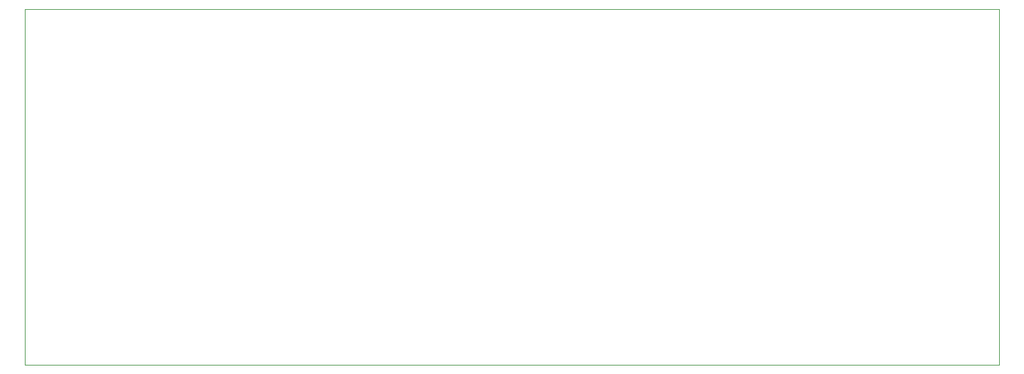
<source format=gbr>
G04 #@! TF.FileFunction,Profile,NP*
%FSLAX46Y46*%
G04 Gerber Fmt 4.6, Leading zero omitted, Abs format (unit mm)*
G04 Created by KiCad (PCBNEW 4.0.5+dfsg1-4) date Tue May 29 15:03:41 2018*
%MOMM*%
%LPD*%
G01*
G04 APERTURE LIST*
%ADD10C,0.100000*%
G04 APERTURE END LIST*
D10*
X73000000Y-102000000D02*
X73000000Y-56000000D01*
X199000000Y-102000000D02*
X73000000Y-102000000D01*
X199000000Y-56000000D02*
X199000000Y-102000000D01*
X73000000Y-56000000D02*
X199000000Y-56000000D01*
M02*

</source>
